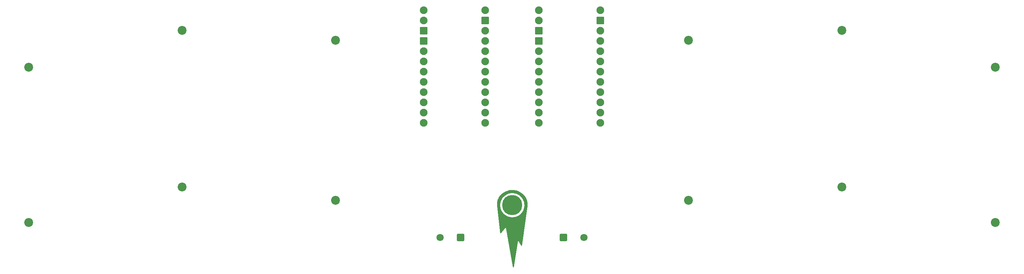
<source format=gbr>
%TF.GenerationSoftware,KiCad,Pcbnew,9.0.4*%
%TF.CreationDate,2025-09-16T20:03:49+03:00*%
%TF.ProjectId,KOMETA,4b4f4d45-5441-42e6-9b69-6361645f7063,rev?*%
%TF.SameCoordinates,Original*%
%TF.FileFunction,Paste,Top*%
%TF.FilePolarity,Positive*%
%FSLAX46Y46*%
G04 Gerber Fmt 4.6, Leading zero omitted, Abs format (unit mm)*
G04 Created by KiCad (PCBNEW 9.0.4) date 2025-09-16 20:03:49*
%MOMM*%
%LPD*%
G01*
G04 APERTURE LIST*
G04 Aperture macros list*
%AMRoundRect*
0 Rectangle with rounded corners*
0 $1 Rounding radius*
0 $2 $3 $4 $5 $6 $7 $8 $9 X,Y pos of 4 corners*
0 Add a 4 corners polygon primitive as box body*
4,1,4,$2,$3,$4,$5,$6,$7,$8,$9,$2,$3,0*
0 Add four circle primitives for the rounded corners*
1,1,$1+$1,$2,$3*
1,1,$1+$1,$4,$5*
1,1,$1+$1,$6,$7*
1,1,$1+$1,$8,$9*
0 Add four rect primitives between the rounded corners*
20,1,$1+$1,$2,$3,$4,$5,0*
20,1,$1+$1,$4,$5,$6,$7,0*
20,1,$1+$1,$6,$7,$8,$9,0*
20,1,$1+$1,$8,$9,$2,$3,0*%
G04 Aperture macros list end*
%ADD10C,0.000000*%
%ADD11C,2.200000*%
%ADD12C,1.800000*%
%ADD13RoundRect,0.200000X-0.700000X0.700000X-0.700000X-0.700000X0.700000X-0.700000X0.700000X0.700000X0*%
%ADD14O,1.900000X1.900000*%
%ADD15RoundRect,0.250000X-0.700000X-0.700000X0.700000X-0.700000X0.700000X0.700000X-0.700000X0.700000X0*%
%ADD16C,5.000000*%
%ADD17RoundRect,0.200000X0.700000X-0.700000X0.700000X0.700000X-0.700000X0.700000X-0.700000X-0.700000X0*%
G04 APERTURE END LIST*
D10*
G36*
X207656164Y-161918566D02*
G01*
X207903342Y-161947067D01*
X208148593Y-161991835D01*
X208391087Y-162052855D01*
X208629994Y-162130115D01*
X208864484Y-162223600D01*
X209093726Y-162333297D01*
X209316892Y-162459193D01*
X209536850Y-162593245D01*
X209669239Y-162678252D01*
X209797005Y-162769015D01*
X209919995Y-162865331D01*
X210038055Y-162967000D01*
X210151032Y-163073821D01*
X210258773Y-163185592D01*
X210361124Y-163302111D01*
X210457931Y-163423179D01*
X210549042Y-163548593D01*
X210634304Y-163678152D01*
X210713562Y-163811655D01*
X210786664Y-163948901D01*
X210853456Y-164089689D01*
X210913784Y-164233817D01*
X210967497Y-164381083D01*
X211014439Y-164531288D01*
X211037908Y-164617375D01*
X211059054Y-164703949D01*
X211077873Y-164790962D01*
X211094363Y-164878368D01*
X211108520Y-164966120D01*
X211120341Y-165054171D01*
X211129823Y-165142474D01*
X211136963Y-165230982D01*
X211141758Y-165319649D01*
X211144205Y-165408427D01*
X211144299Y-165497269D01*
X211142039Y-165586129D01*
X211137421Y-165674960D01*
X211130443Y-165763714D01*
X211121099Y-165852346D01*
X211109389Y-165940807D01*
X209738435Y-175683458D01*
X209736928Y-175691542D01*
X209734846Y-175699240D01*
X209732219Y-175706542D01*
X209729081Y-175713445D01*
X209725463Y-175719940D01*
X209721397Y-175726022D01*
X209716915Y-175731684D01*
X209712048Y-175736920D01*
X209706831Y-175741724D01*
X209701293Y-175746089D01*
X209695467Y-175750009D01*
X209689385Y-175753478D01*
X209683080Y-175756488D01*
X209676583Y-175759034D01*
X209669925Y-175761110D01*
X209663140Y-175762709D01*
X209656260Y-175763824D01*
X209649315Y-175764450D01*
X209642339Y-175764579D01*
X209635362Y-175764206D01*
X209628418Y-175763325D01*
X209621538Y-175761928D01*
X209614755Y-175760009D01*
X209608099Y-175757563D01*
X209601604Y-175754583D01*
X209595302Y-175751061D01*
X209589223Y-175746993D01*
X209583401Y-175742371D01*
X209577867Y-175737190D01*
X209572653Y-175731443D01*
X209567792Y-175725123D01*
X209563315Y-175718224D01*
X208922915Y-174641077D01*
X208918472Y-174634229D01*
X208913649Y-174627950D01*
X208908476Y-174622234D01*
X208902986Y-174617075D01*
X208897209Y-174612468D01*
X208891178Y-174608405D01*
X208884923Y-174604882D01*
X208878476Y-174601891D01*
X208871869Y-174599428D01*
X208865133Y-174597486D01*
X208858299Y-174596059D01*
X208851399Y-174595140D01*
X208844465Y-174594725D01*
X208837528Y-174594807D01*
X208830619Y-174595380D01*
X208823770Y-174596438D01*
X208817012Y-174597975D01*
X208810376Y-174599986D01*
X208803895Y-174602463D01*
X208797600Y-174605401D01*
X208791522Y-174608794D01*
X208785692Y-174612636D01*
X208780142Y-174616921D01*
X208774904Y-174621643D01*
X208770009Y-174626796D01*
X208765488Y-174632374D01*
X208761373Y-174638371D01*
X208757695Y-174644781D01*
X208754487Y-174651598D01*
X208751778Y-174658816D01*
X208749601Y-174666429D01*
X208747988Y-174674431D01*
X207717892Y-181073292D01*
X207715918Y-181082861D01*
X207713206Y-181091819D01*
X207709807Y-181100167D01*
X207705769Y-181107904D01*
X207701140Y-181115030D01*
X207695970Y-181121545D01*
X207690307Y-181127448D01*
X207684200Y-181132738D01*
X207677697Y-181137416D01*
X207670848Y-181141480D01*
X207663701Y-181144931D01*
X207656305Y-181147768D01*
X207648708Y-181149990D01*
X207640960Y-181151597D01*
X207633109Y-181152589D01*
X207625204Y-181152966D01*
X207617294Y-181152726D01*
X207609427Y-181151870D01*
X207601652Y-181150396D01*
X207594018Y-181148306D01*
X207586574Y-181145597D01*
X207579368Y-181142270D01*
X207572450Y-181138325D01*
X207565867Y-181133760D01*
X207559669Y-181128576D01*
X207553904Y-181122772D01*
X207548622Y-181116348D01*
X207543870Y-181109303D01*
X207539699Y-181101637D01*
X207536155Y-181093349D01*
X207533289Y-181084440D01*
X207531149Y-181074907D01*
X205799717Y-171393727D01*
X205798135Y-171386435D01*
X205796070Y-171379460D01*
X205793549Y-171372809D01*
X205790596Y-171366488D01*
X205787236Y-171360504D01*
X205783493Y-171354863D01*
X205779393Y-171349572D01*
X205774961Y-171344637D01*
X205770221Y-171340065D01*
X205765198Y-171335862D01*
X205759917Y-171332035D01*
X205754403Y-171328591D01*
X205748680Y-171325536D01*
X205742774Y-171322876D01*
X205736710Y-171320618D01*
X205730512Y-171318769D01*
X205724205Y-171317335D01*
X205717814Y-171316322D01*
X205711364Y-171315738D01*
X205704880Y-171315589D01*
X205698387Y-171315880D01*
X205691908Y-171316620D01*
X205685471Y-171317814D01*
X205679098Y-171319468D01*
X205672815Y-171321590D01*
X205666647Y-171324186D01*
X205660619Y-171327262D01*
X205654756Y-171330826D01*
X205649082Y-171334882D01*
X205643622Y-171339439D01*
X205638402Y-171344503D01*
X205633445Y-171350079D01*
X204515078Y-172704839D01*
X204509962Y-172710585D01*
X204504573Y-172715783D01*
X204498938Y-172720441D01*
X204493085Y-172724567D01*
X204487038Y-172728169D01*
X204480825Y-172731254D01*
X204474472Y-172733830D01*
X204468007Y-172735906D01*
X204461455Y-172737489D01*
X204454843Y-172738587D01*
X204448198Y-172739207D01*
X204441546Y-172739357D01*
X204434914Y-172739046D01*
X204428329Y-172738281D01*
X204421817Y-172737070D01*
X204415404Y-172735420D01*
X204409117Y-172733340D01*
X204402984Y-172730838D01*
X204397030Y-172727920D01*
X204391282Y-172724595D01*
X204385766Y-172720871D01*
X204380510Y-172716756D01*
X204375539Y-172712257D01*
X204370881Y-172707382D01*
X204366562Y-172702139D01*
X204362608Y-172696536D01*
X204359047Y-172690580D01*
X204355904Y-172684280D01*
X204353207Y-172677643D01*
X204350981Y-172670677D01*
X204349254Y-172663390D01*
X204348052Y-172655790D01*
X203582393Y-165824566D01*
X203572866Y-165734894D01*
X203566163Y-165650000D01*
X204360715Y-165650000D01*
X204362081Y-165803758D01*
X204371127Y-165955624D01*
X204387669Y-166105406D01*
X204411522Y-166252915D01*
X204442502Y-166397959D01*
X204480424Y-166540349D01*
X204525103Y-166679892D01*
X204576356Y-166816399D01*
X204633997Y-166949678D01*
X204697841Y-167079539D01*
X204767705Y-167205792D01*
X204843404Y-167328244D01*
X204924753Y-167446707D01*
X205011567Y-167560988D01*
X205103662Y-167670898D01*
X205200854Y-167776245D01*
X205302957Y-167876839D01*
X205409787Y-167972489D01*
X205521160Y-168063004D01*
X205636891Y-168148194D01*
X205756796Y-168227867D01*
X205880689Y-168301834D01*
X206008387Y-168369902D01*
X206139705Y-168431883D01*
X206274457Y-168487584D01*
X206412460Y-168536816D01*
X206553529Y-168579387D01*
X206697480Y-168615106D01*
X206844127Y-168643784D01*
X206993287Y-168665229D01*
X207144774Y-168679250D01*
X207298404Y-168685657D01*
X207452162Y-168684291D01*
X207604027Y-168675245D01*
X207753810Y-168658703D01*
X207901318Y-168634850D01*
X208046363Y-168603870D01*
X208188752Y-168565948D01*
X208328295Y-168521269D01*
X208464802Y-168470016D01*
X208598081Y-168412375D01*
X208727943Y-168348531D01*
X208854195Y-168278667D01*
X208976648Y-168202968D01*
X209095110Y-168121619D01*
X209209392Y-168034805D01*
X209319301Y-167942710D01*
X209424648Y-167845518D01*
X209525242Y-167743415D01*
X209620892Y-167636585D01*
X209711407Y-167525212D01*
X209796597Y-167409480D01*
X209876271Y-167289576D01*
X209950237Y-167165683D01*
X210018306Y-167037985D01*
X210080287Y-166906667D01*
X210135988Y-166771915D01*
X210185220Y-166633912D01*
X210227791Y-166492843D01*
X210263510Y-166348892D01*
X210292188Y-166202245D01*
X210313632Y-166053085D01*
X210327654Y-165901598D01*
X210334060Y-165747968D01*
X210332695Y-165594210D01*
X210323649Y-165442345D01*
X210307107Y-165292562D01*
X210283254Y-165145053D01*
X210252274Y-165000009D01*
X210214352Y-164857620D01*
X210169672Y-164718077D01*
X210118420Y-164581570D01*
X210060779Y-164448291D01*
X209996934Y-164318429D01*
X209927070Y-164192177D01*
X209851372Y-164069724D01*
X209770023Y-163951262D01*
X209683209Y-163836980D01*
X209591113Y-163727071D01*
X209493922Y-163621724D01*
X209391819Y-163521130D01*
X209284988Y-163425480D01*
X209173615Y-163334965D01*
X209057884Y-163249775D01*
X208937979Y-163170102D01*
X208814086Y-163096135D01*
X208686388Y-163028066D01*
X208555071Y-162966086D01*
X208420318Y-162910384D01*
X208282315Y-162861153D01*
X208141246Y-162818582D01*
X207997296Y-162782862D01*
X207850649Y-162754184D01*
X207701489Y-162732740D01*
X207550002Y-162718719D01*
X207396372Y-162712312D01*
X207242614Y-162713677D01*
X207090749Y-162722723D01*
X206940966Y-162739265D01*
X206793457Y-162763118D01*
X206648413Y-162794098D01*
X206506023Y-162832020D01*
X206366480Y-162876700D01*
X206229973Y-162927952D01*
X206096694Y-162985593D01*
X205966833Y-163049438D01*
X205840580Y-163119302D01*
X205718128Y-163195001D01*
X205599665Y-163276349D01*
X205485384Y-163363164D01*
X205375474Y-163455259D01*
X205270127Y-163552450D01*
X205169533Y-163654553D01*
X205073883Y-163761384D01*
X204983368Y-163872757D01*
X204898178Y-163988488D01*
X204818505Y-164108393D01*
X204744538Y-164232286D01*
X204676469Y-164359984D01*
X204614489Y-164491301D01*
X204558788Y-164626054D01*
X204509556Y-164764057D01*
X204466985Y-164905126D01*
X204431266Y-165049076D01*
X204402588Y-165195724D01*
X204381143Y-165344883D01*
X204367122Y-165496370D01*
X204360715Y-165650000D01*
X203566163Y-165650000D01*
X203565777Y-165645112D01*
X203561120Y-165555270D01*
X203558891Y-165465416D01*
X203559086Y-165375598D01*
X203561698Y-165285867D01*
X203566724Y-165196271D01*
X203574159Y-165106858D01*
X203583999Y-165017678D01*
X203596237Y-164928779D01*
X203610870Y-164840211D01*
X203627892Y-164752023D01*
X203647299Y-164664262D01*
X203669087Y-164576978D01*
X203693250Y-164490221D01*
X203719783Y-164404038D01*
X203771293Y-164256356D01*
X203829433Y-164111814D01*
X203894044Y-163970607D01*
X203964966Y-163832930D01*
X204042041Y-163698978D01*
X204125110Y-163568945D01*
X204214015Y-163443026D01*
X204308596Y-163321416D01*
X204408695Y-163204309D01*
X204514153Y-163091901D01*
X204624811Y-162984386D01*
X204740510Y-162881958D01*
X204861092Y-162784813D01*
X204986398Y-162693146D01*
X205116268Y-162607150D01*
X205250545Y-162527021D01*
X205481784Y-162396294D01*
X205708958Y-162277784D01*
X205941675Y-162175664D01*
X206179104Y-162089918D01*
X206420416Y-162020535D01*
X206664780Y-161967499D01*
X206911367Y-161930798D01*
X207159347Y-161910418D01*
X207407889Y-161906345D01*
X207656164Y-161918566D01*
G37*
D11*
%TO.C,H4*%
X87548000Y-170000000D03*
%TD*%
%TO.C,H3*%
X289050000Y-122300000D03*
%TD*%
%TO.C,H12*%
X251050000Y-164500000D03*
%TD*%
%TO.C,H11*%
X327050000Y-170000000D03*
%TD*%
%TO.C,H8*%
X327050000Y-131500000D03*
%TD*%
%TO.C,H2*%
X125550000Y-161200000D03*
%TD*%
%TO.C,H7*%
X163550000Y-124800000D03*
%TD*%
D12*
%TO.C,PW_R1*%
X225140000Y-173750000D03*
D13*
X220060000Y-173750000D03*
%TD*%
D14*
%TO.C,SM_L1*%
X185367540Y-117334195D03*
X185367540Y-119874195D03*
D15*
X185367540Y-122414195D03*
X185367540Y-124954195D03*
D14*
X185367540Y-127494195D03*
X185367540Y-130034195D03*
X185367540Y-132574195D03*
X185367540Y-135114195D03*
X185367540Y-137654195D03*
X185367540Y-140194195D03*
X185367540Y-142734195D03*
X185367540Y-145274195D03*
X200607540Y-145274195D03*
X200607540Y-142734195D03*
X200607540Y-140194195D03*
X200607540Y-137654195D03*
X200607540Y-135114195D03*
X200607540Y-132574195D03*
X200607540Y-130034195D03*
X200607540Y-127494195D03*
X200607540Y-124954195D03*
X200607540Y-122414195D03*
D15*
X200607540Y-119874195D03*
D14*
X200607540Y-117334195D03*
%TD*%
D11*
%TO.C,H5*%
X163550000Y-164500000D03*
%TD*%
D16*
%TO.C,KeyChainHole1*%
X207299999Y-165700000D03*
%TD*%
D11*
%TO.C,H10*%
X125550000Y-122300000D03*
%TD*%
%TO.C,H9*%
X251050000Y-124800000D03*
%TD*%
%TO.C,H1*%
X87550000Y-131500000D03*
%TD*%
%TO.C,H6*%
X289050000Y-161200000D03*
%TD*%
D14*
%TO.C,SM_R1*%
X213918540Y-117334195D03*
X213918540Y-119874195D03*
D15*
X213918540Y-122414195D03*
X213918540Y-124954195D03*
D14*
X213918540Y-127494195D03*
X213918540Y-130034195D03*
X213918540Y-132574195D03*
X213918540Y-135114195D03*
X213918540Y-137654195D03*
X213918540Y-140194195D03*
X213918540Y-142734195D03*
X213918540Y-145274195D03*
X229158540Y-145274195D03*
X229158540Y-142734195D03*
X229158540Y-140194195D03*
X229158540Y-137654195D03*
X229158540Y-135114195D03*
X229158540Y-132574195D03*
X229158540Y-130034195D03*
X229158540Y-127494195D03*
X229158540Y-124954195D03*
X229158540Y-122414195D03*
D15*
X229158540Y-119874195D03*
D14*
X229158540Y-117334195D03*
%TD*%
D12*
%TO.C,PW_L1*%
X189460000Y-173750000D03*
D17*
X194540000Y-173750000D03*
%TD*%
M02*

</source>
